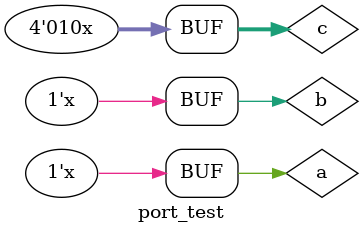
<source format=sv>
module port_test;
 logic a;
 bit  b;
 logic [3:0] c;
 initial begin
 
 a = 1'b0;
 b = 1'b0;
 c = 4'b0000;
 
 #10;
 a = 1'b1;
 b = 1'b1;
//c = 3'b010;
 #10;
 a = 1'bz;
 b = 1'bz;
 c = 4'b00z0;
 #10;
 a = 1'bx;
 b = 1'bx;
 c = 4'b010x;

 #10;
 end
endmodule
</source>
